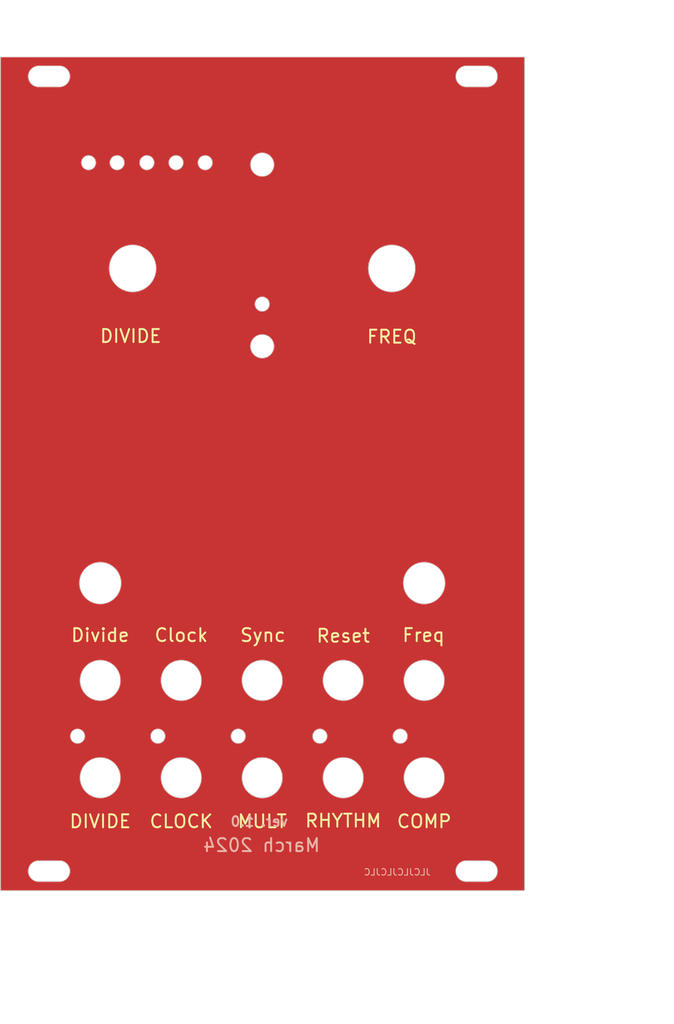
<source format=kicad_pcb>
(kicad_pcb (version 20221018) (generator pcbnew)
  (layers (0 "F.Cu" signal) (31 "B.Cu" signal) (34 "B.Paste" user) (35 "F.Paste" user) (36 "B.SilkS" user "B.Silkscreen") (37 "F.SilkS" user "F.Silkscreen") (38 "B.Mask" user) (39 "F.Mask" user) (44 "Edge.Cuts" user))
  (net 0 "")
  (gr_line (start 75.9 163.9) (end 79.1 163.9) (stroke (width 0.1)) (layer "Edge.Cuts"))
  (gr_arc (start 141.9 167.1) (mid 140.3 165.5) (end 141.9 163.9) (stroke (width 0.1)) (layer "Edge.Cuts"))
  (gr_circle (center 110.4 136.1) (end 113.5 136.1) (stroke (width 0.1)) (fill none) (layer "Edge.Cuts"))
  (gr_arc (start 79.1 41.4) (mid 80.7 43) (end 79.1 44.6) (stroke (width 0.1)) (layer "Edge.Cuts"))
  (gr_circle (center 85.4 151.1) (end 88.5 151.1) (stroke (width 0.1)) (fill none) (layer "Edge.Cuts"))
  (gr_line (start 145.1 167.1) (end 141.9 167.1) (stroke (width 0.1)) (layer "Edge.Cuts"))
  (gr_line (start 145.1 44.6) (end 141.9 44.6) (stroke (width 0.1)) (layer "Edge.Cuts"))
  (gr_circle (center 135.4 121.1) (end 138.6 121.1) (stroke (width 0.1)) (fill none) (layer "Edge.Cuts"))
  (gr_circle (center 94.3 144.7) (end 95.4 144.7) (stroke (width 0.1)) (fill none) (layer "Edge.Cuts"))
  (gr_line (start 79.1 167.1) (end 75.9 167.1) (stroke (width 0.1)) (layer "Edge.Cuts"))
  (gr_circle (center 106.7 144.7) (end 107.8 144.7) (stroke (width 0.1)) (fill none) (layer "Edge.Cuts"))
  (gr_arc (start 145.1 163.9) (mid 146.7 165.5) (end 145.1 167.1) (stroke (width 0.1)) (layer "Edge.Cuts"))
  (gr_arc (start 79.1 163.9) (mid 80.7 165.5) (end 79.1 167.1) (stroke (width 0.1)) (layer "Edge.Cuts"))
  (gr_line (start 75.9 41.4) (end 79.1 41.4) (stroke (width 0.1)) (layer "Edge.Cuts"))
  (gr_circle (center 85.4 121.1) (end 88.6 121.1) (stroke (width 0.1)) (fill none) (layer "Edge.Cuts"))
  (gr_line (start 141.9 41.4) (end 145.1 41.4) (stroke (width 0.1)) (layer "Edge.Cuts"))
  (gr_circle (center 110.4 84.6) (end 112.2 84.6) (stroke (width 0.1)) (fill none) (layer "Edge.Cuts"))
  (gr_circle (center 81.9 144.7) (end 83 144.7) (stroke (width 0.1)) (fill none) (layer "Edge.Cuts"))
  (gr_circle (center 97.1 56.3) (end 98.2 56.3) (stroke (width 0.1)) (fill none) (layer "Edge.Cuts"))
  (gr_circle (center 92.6 56.3) (end 93.7 56.3) (stroke (width 0.1)) (fill none) (layer "Edge.Cuts"))
  (gr_rect (start 70 40) (end 150.9 168.5) (stroke (width 0.1)) (fill none) (layer "Edge.Cuts"))
  (gr_arc (start 141.9 44.6) (mid 140.3 43) (end 141.9 41.4) (stroke (width 0.1)) (layer "Edge.Cuts"))
  (gr_circle (center 122.9 151.1) (end 126 151.1) (stroke (width 0.1)) (fill none) (layer "Edge.Cuts"))
  (gr_circle (center 85.4 136.1) (end 88.5 136.1) (stroke (width 0.1)) (fill none) (layer "Edge.Cuts"))
  (gr_circle (center 97.9 151.1) (end 101 151.1) (stroke (width 0.1)) (fill none) (layer "Edge.Cuts"))
  (gr_circle (center 101.6 56.3) (end 102.7 56.3) (stroke (width 0.1)) (fill none) (layer "Edge.Cuts"))
  (gr_circle (center 90.4 72.6) (end 94 72.6) (stroke (width 0.1)) (fill none) (layer "Edge.Cuts"))
  (gr_arc (start 145.1 41.4) (mid 146.7 43) (end 145.1 44.6) (stroke (width 0.1)) (layer "Edge.Cuts"))
  (gr_line (start 141.9 163.9) (end 145.1 163.9) (stroke (width 0.1)) (layer "Edge.Cuts"))
  (gr_circle (center 130.4 72.6) (end 134 72.6) (stroke (width 0.1)) (fill none) (layer "Edge.Cuts"))
  (gr_circle (center 119.3 144.7) (end 120.4 144.7) (stroke (width 0.1)) (fill none) (layer "Edge.Cuts"))
  (gr_circle (center 97.9 136.1) (end 101 136.1) (stroke (width 0.1)) (fill none) (layer "Edge.Cuts"))
  (gr_arc (start 75.9 44.6) (mid 74.3 43) (end 75.9 41.4) (stroke (width 0.1)) (layer "Edge.Cuts"))
  (gr_circle (center 135.4 151.1) (end 138.5 151.1) (stroke (width 0.1)) (fill none) (layer "Edge.Cuts"))
  (gr_circle (center 83.6 56.3) (end 84.7 56.3) (stroke (width 0.1)) (fill none) (layer "Edge.Cuts"))
  (gr_circle (center 135.4 136.1) (end 138.5 136.1) (stroke (width 0.1)) (fill none) (layer "Edge.Cuts"))
  (gr_circle (center 88 56.3) (end 89.1 56.3) (stroke (width 0.1)) (fill none) (layer "Edge.Cuts"))
  (gr_circle (center 110.4 56.6) (end 112.2 56.6) (stroke (width 0.1)) (fill none) (layer "Edge.Cuts"))
  (gr_circle (center 110.4 78.1) (end 111.5 78.1) (stroke (width 0.1)) (fill none) (layer "Edge.Cuts"))
  (gr_circle (center 131.7 144.7) (end 132.8 144.7) (stroke (width 0.1)) (fill none) (layer "Edge.Cuts"))
  (gr_line (start 79.1 44.6) (end 75.9 44.6) (stroke (width 0.1)) (layer "Edge.Cuts"))
  (gr_arc (start 75.9 167.1) (mid 74.3 165.5) (end 75.9 163.9) (stroke (width 0.1)) (layer "Edge.Cuts"))
  (gr_circle (center 110.4 151.1) (end 113.5 151.1) (stroke (width 0.1)) (fill none) (layer "Edge.Cuts"))
  (gr_circle (center 122.9 136.1) (end 126 136.1) (stroke (width 0.1)) (fill none) (layer "Edge.Cuts"))
  (gr_text "JLCJLCJLCJLC" (at 131.25 165.65) (layer "B.SilkS") (effects (font (size 1 1)) (justify mirror)))
  (gr_text "ver. 1.0" (at 109.95 157.85) (layer "B.SilkS") (effects (font (size 1.5 1.5) (thickness 0.3)) (justify mirror)))
  (gr_text "March 2024" (at 110.3 161.5) (layer "B.SilkS") (effects (font (size 2 2) (thickness 0.3)) (justify mirror)))
  (gr_text "Freq" (at 135.3 130.3) (layer "F.SilkS") (effects (font (size 2 2) (thickness 0.3)) (justify bottom)))
  (gr_text "MULT" (at 110.4 159) (layer "F.SilkS") (effects (font (size 2 2) (thickness 0.3)) (justify bottom)))
  (gr_text "DIVIDE" (at 85.4 159) (layer "F.SilkS") (effects (font (size 2 2) (thickness 0.3)) (justify bottom)))
  (gr_text "CLOCK" (at 97.9 159) (layer "F.SilkS") (effects (font (size 2 2) (thickness 0.3)) (justify bottom)))
  (gr_text "FREQ" (at 130.4 84.3) (layer "F.SilkS") (effects (font (size 2 2) (thickness 0.3)) (justify bottom)))
  (gr_text "Clock" (at 97.9 130.3) (layer "F.SilkS") (effects (font (size 2 2) (thickness 0.3)) (justify bottom)))
  (gr_text "Divide" (at 85.4 130.3) (layer "F.SilkS") (effects (font (size 2 2) (thickness 0.3)) (justify bottom)))
  (gr_text "DIVIDE" (at 90.1 84.2) (layer "F.SilkS") (effects (font (size 2 2) (thickness 0.3)) (justify bottom)))
  (gr_text "RHYTHM" (at 122.9 158.9) (layer "F.SilkS") (effects (font (size 2 2) (thickness 0.3)) (justify bottom)))
  (gr_text "Reset" (at 122.9 130.4) (layer "F.SilkS") (effects (font (size 2 2) (thickness 0.3)) (justify bottom)))
  (gr_text "COMP" (at 135.4 159) (layer "F.SilkS") (effects (font (size 2 2) (thickness 0.3)) (justify bottom)))
  (gr_text "Sync" (at 110.5 130.3) (layer "F.SilkS") (effects (font (size 2 2) (thickness 0.3)) (justify bottom)))
  (zone (net 0) (net_name "") (layer "F.Cu") (connect_pads (clearance 0.5)) (min_thickness 0.25) (fill yes (thermal_gap 0.5) (thermal_bridge_width 0.5) (island_removal_mode 1) (island_area_min 10))
    (polygon (pts (xy 70 40) (xy 150.9 40) (xy 150.9 168.5) (xy 70 168.5)))
  )
)
</source>
